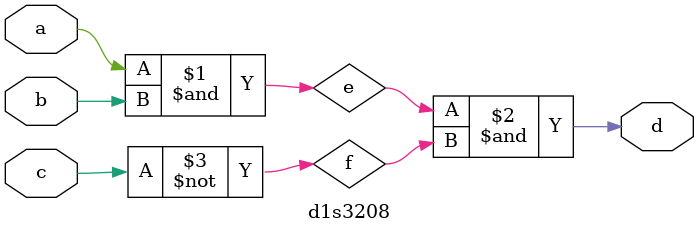
<source format=v>
module d1s3208(a,b,c,d);
  input a,b,c;
  output d;
  wire a,b,c,d,e,f;
  
  and E1(e,a,b);
  not E2(f,c);
  and E3(d,e,f);
  
endmodule

</source>
